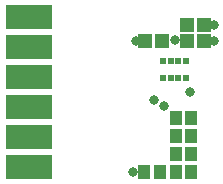
<source format=gts>
G04 Layer_Color=20142*
%FSLAX25Y25*%
%MOIN*%
G70*
G01*
G75*
%ADD21R,0.15800X0.08400*%
G04:AMPARAMS|DCode=22|XSize=21.78mil|YSize=21.78mil|CornerRadius=7.45mil|HoleSize=0mil|Usage=FLASHONLY|Rotation=270.000|XOffset=0mil|YOffset=0mil|HoleType=Round|Shape=RoundedRectangle|*
%AMROUNDEDRECTD22*
21,1,0.02178,0.00689,0,0,270.0*
21,1,0.00689,0.02178,0,0,270.0*
1,1,0.01489,-0.00345,-0.00345*
1,1,0.01489,-0.00345,0.00345*
1,1,0.01489,0.00345,0.00345*
1,1,0.01489,0.00345,-0.00345*
%
%ADD22ROUNDEDRECTD22*%
%ADD23R,0.04540X0.04934*%
%ADD24R,0.03950X0.04540*%
%ADD25C,0.03200*%
D21*
X112500Y265000D02*
D03*
Y275000D02*
D03*
Y315000D02*
D03*
Y305000D02*
D03*
Y295000D02*
D03*
Y285000D02*
D03*
D22*
X164839Y294646D02*
D03*
X162279D02*
D03*
X159721D02*
D03*
X157161D02*
D03*
Y300354D02*
D03*
X159721D02*
D03*
X162279D02*
D03*
X164839D02*
D03*
D23*
X165146Y307000D02*
D03*
X170854D02*
D03*
X165146Y312500D02*
D03*
X170854D02*
D03*
X156854Y307000D02*
D03*
X151146D02*
D03*
D24*
X161441Y281500D02*
D03*
X166559D02*
D03*
X161441Y263500D02*
D03*
X166559D02*
D03*
X150941D02*
D03*
X156059D02*
D03*
X161441Y275500D02*
D03*
X166559D02*
D03*
X161441Y269500D02*
D03*
X166559D02*
D03*
D25*
X161000Y307500D02*
D03*
X174000Y312500D02*
D03*
Y307000D02*
D03*
X148000D02*
D03*
X166000Y290000D02*
D03*
X147000Y263500D02*
D03*
X154000Y287500D02*
D03*
X157500Y285500D02*
D03*
M02*

</source>
